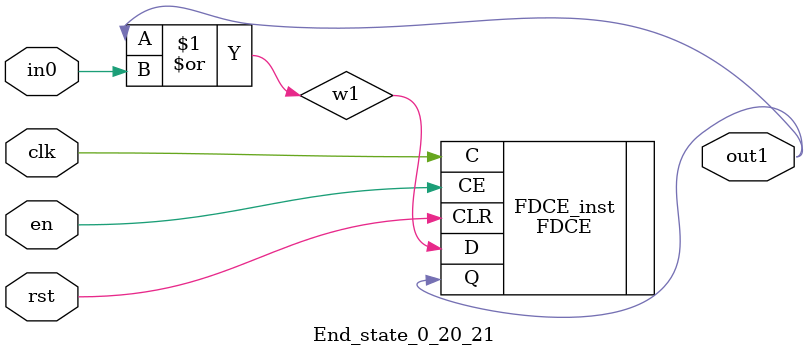
<source format=v>
module engine_0_20(out,clk,sod,en, in_0, in_3, in_5, in_6, in_8, in_10, in_15, in_16, in_17, in_29, in_30, in_32, in_36, in_37, in_41);
//pcre: /^User-Agent\x3A[^\r\n]*malware/miH
//block char: ^[9], N[0], L[0], G[0], S[0], -[0], a[0], r[0], e[0], u[0], t[0], w[0], \x3A[8], [^\r\n][2], M[0], 

	input clk,sod,en;

	input in_0, in_3, in_5, in_6, in_8, in_10, in_15, in_16, in_17, in_29, in_30, in_32, in_36, in_37, in_41;
	output out;

	assign w0 = 1'b1;
	state_0_20_1 BlockState_0_20_1 (w1,in_0,clk,en,sod,w0);
	state_0_20_2 BlockState_0_20_2 (w2,in_29,clk,en,sod,w1);
	state_0_20_3 BlockState_0_20_3 (w3,in_8,clk,en,sod,w2);
	state_0_20_4 BlockState_0_20_4 (w4,in_17,clk,en,sod,w3);
	state_0_20_5 BlockState_0_20_5 (w5,in_16,clk,en,sod,w4);
	state_0_20_6 BlockState_0_20_6 (w6,in_10,clk,en,sod,w5);
	state_0_20_7 BlockState_0_20_7 (w7,in_15,clk,en,sod,w6);
	state_0_20_8 BlockState_0_20_8 (w8,in_6,clk,en,sod,w7);
	state_0_20_9 BlockState_0_20_9 (w9,in_17,clk,en,sod,w8);
	state_0_20_10 BlockState_0_20_10 (w10,in_3,clk,en,sod,w9);
	state_0_20_11 BlockState_0_20_11 (w11,in_30,clk,en,sod,w10);
	state_0_20_12 BlockState_0_20_12 (w12,in_36,clk,en,sod,w11);
	state_0_20_13 BlockState_0_20_13 (w13,in_37,clk,en,sod,w13,w12);
	state_0_20_14 BlockState_0_20_14 (w14,in_41,clk,en,sod,w12,w13);
	state_0_20_15 BlockState_0_20_15 (w15,in_15,clk,en,sod,w14);
	state_0_20_16 BlockState_0_20_16 (w16,in_5,clk,en,sod,w15);
	state_0_20_17 BlockState_0_20_17 (w17,in_32,clk,en,sod,w16);
	state_0_20_18 BlockState_0_20_18 (w18,in_15,clk,en,sod,w17);
	state_0_20_19 BlockState_0_20_19 (w19,in_16,clk,en,sod,w18);
	state_0_20_20 BlockState_0_20_20 (w20,in_17,clk,en,sod,w19);
	End_state_0_20_21 BlockState_0_20_21 (out,clk,en,sod,w20);
endmodule

module state_0_20_1(out1,in_char,clk,en,rst,in0);
	input in_char,clk,en,rst,in0;
	output out1;
	wire w1,w2;
	assign w1 = in0; 
	and(w2,in_char,w1);
	FDCE #(.INIT(1'b0)) FDCE_inst (
		.Q(out1),
		.C(clk),
		.CE(en),
		.CLR(rst),
		.D(w2)
);
endmodule

module state_0_20_2(out1,in_char,clk,en,rst,in0);
	input in_char,clk,en,rst,in0;
	output out1;
	wire w1,w2;
	assign w1 = in0; 
	and(w2,in_char,w1);
	FDCE #(.INIT(1'b0)) FDCE_inst (
		.Q(out1),
		.C(clk),
		.CE(en),
		.CLR(rst),
		.D(w2)
);
endmodule

module state_0_20_3(out1,in_char,clk,en,rst,in0);
	input in_char,clk,en,rst,in0;
	output out1;
	wire w1,w2;
	assign w1 = in0; 
	and(w2,in_char,w1);
	FDCE #(.INIT(1'b0)) FDCE_inst (
		.Q(out1),
		.C(clk),
		.CE(en),
		.CLR(rst),
		.D(w2)
);
endmodule

module state_0_20_4(out1,in_char,clk,en,rst,in0);
	input in_char,clk,en,rst,in0;
	output out1;
	wire w1,w2;
	assign w1 = in0; 
	and(w2,in_char,w1);
	FDCE #(.INIT(1'b0)) FDCE_inst (
		.Q(out1),
		.C(clk),
		.CE(en),
		.CLR(rst),
		.D(w2)
);
endmodule

module state_0_20_5(out1,in_char,clk,en,rst,in0);
	input in_char,clk,en,rst,in0;
	output out1;
	wire w1,w2;
	assign w1 = in0; 
	and(w2,in_char,w1);
	FDCE #(.INIT(1'b0)) FDCE_inst (
		.Q(out1),
		.C(clk),
		.CE(en),
		.CLR(rst),
		.D(w2)
);
endmodule

module state_0_20_6(out1,in_char,clk,en,rst,in0);
	input in_char,clk,en,rst,in0;
	output out1;
	wire w1,w2;
	assign w1 = in0; 
	and(w2,in_char,w1);
	FDCE #(.INIT(1'b0)) FDCE_inst (
		.Q(out1),
		.C(clk),
		.CE(en),
		.CLR(rst),
		.D(w2)
);
endmodule

module state_0_20_7(out1,in_char,clk,en,rst,in0);
	input in_char,clk,en,rst,in0;
	output out1;
	wire w1,w2;
	assign w1 = in0; 
	and(w2,in_char,w1);
	FDCE #(.INIT(1'b0)) FDCE_inst (
		.Q(out1),
		.C(clk),
		.CE(en),
		.CLR(rst),
		.D(w2)
);
endmodule

module state_0_20_8(out1,in_char,clk,en,rst,in0);
	input in_char,clk,en,rst,in0;
	output out1;
	wire w1,w2;
	assign w1 = in0; 
	and(w2,in_char,w1);
	FDCE #(.INIT(1'b0)) FDCE_inst (
		.Q(out1),
		.C(clk),
		.CE(en),
		.CLR(rst),
		.D(w2)
);
endmodule

module state_0_20_9(out1,in_char,clk,en,rst,in0);
	input in_char,clk,en,rst,in0;
	output out1;
	wire w1,w2;
	assign w1 = in0; 
	and(w2,in_char,w1);
	FDCE #(.INIT(1'b0)) FDCE_inst (
		.Q(out1),
		.C(clk),
		.CE(en),
		.CLR(rst),
		.D(w2)
);
endmodule

module state_0_20_10(out1,in_char,clk,en,rst,in0);
	input in_char,clk,en,rst,in0;
	output out1;
	wire w1,w2;
	assign w1 = in0; 
	and(w2,in_char,w1);
	FDCE #(.INIT(1'b0)) FDCE_inst (
		.Q(out1),
		.C(clk),
		.CE(en),
		.CLR(rst),
		.D(w2)
);
endmodule

module state_0_20_11(out1,in_char,clk,en,rst,in0);
	input in_char,clk,en,rst,in0;
	output out1;
	wire w1,w2;
	assign w1 = in0; 
	and(w2,in_char,w1);
	FDCE #(.INIT(1'b0)) FDCE_inst (
		.Q(out1),
		.C(clk),
		.CE(en),
		.CLR(rst),
		.D(w2)
);
endmodule

module state_0_20_12(out1,in_char,clk,en,rst,in0);
	input in_char,clk,en,rst,in0;
	output out1;
	wire w1,w2;
	assign w1 = in0; 
	and(w2,in_char,w1);
	FDCE #(.INIT(1'b0)) FDCE_inst (
		.Q(out1),
		.C(clk),
		.CE(en),
		.CLR(rst),
		.D(w2)
);
endmodule

module state_0_20_13(out1,in_char,clk,en,rst,in0,in1);
	input in_char,clk,en,rst,in0,in1;
	output out1;
	wire w1,w2;
	or(w1,in0,in1);
	and(w2,in_char,w1);
	FDCE #(.INIT(1'b0)) FDCE_inst (
		.Q(out1),
		.C(clk),
		.CE(en),
		.CLR(rst),
		.D(w2)
);
endmodule

module state_0_20_14(out1,in_char,clk,en,rst,in0,in1);
	input in_char,clk,en,rst,in0,in1;
	output out1;
	wire w1,w2;
	or(w1,in0,in1);
	and(w2,in_char,w1);
	FDCE #(.INIT(1'b0)) FDCE_inst (
		.Q(out1),
		.C(clk),
		.CE(en),
		.CLR(rst),
		.D(w2)
);
endmodule

module state_0_20_15(out1,in_char,clk,en,rst,in0);
	input in_char,clk,en,rst,in0;
	output out1;
	wire w1,w2;
	assign w1 = in0; 
	and(w2,in_char,w1);
	FDCE #(.INIT(1'b0)) FDCE_inst (
		.Q(out1),
		.C(clk),
		.CE(en),
		.CLR(rst),
		.D(w2)
);
endmodule

module state_0_20_16(out1,in_char,clk,en,rst,in0);
	input in_char,clk,en,rst,in0;
	output out1;
	wire w1,w2;
	assign w1 = in0; 
	and(w2,in_char,w1);
	FDCE #(.INIT(1'b0)) FDCE_inst (
		.Q(out1),
		.C(clk),
		.CE(en),
		.CLR(rst),
		.D(w2)
);
endmodule

module state_0_20_17(out1,in_char,clk,en,rst,in0);
	input in_char,clk,en,rst,in0;
	output out1;
	wire w1,w2;
	assign w1 = in0; 
	and(w2,in_char,w1);
	FDCE #(.INIT(1'b0)) FDCE_inst (
		.Q(out1),
		.C(clk),
		.CE(en),
		.CLR(rst),
		.D(w2)
);
endmodule

module state_0_20_18(out1,in_char,clk,en,rst,in0);
	input in_char,clk,en,rst,in0;
	output out1;
	wire w1,w2;
	assign w1 = in0; 
	and(w2,in_char,w1);
	FDCE #(.INIT(1'b0)) FDCE_inst (
		.Q(out1),
		.C(clk),
		.CE(en),
		.CLR(rst),
		.D(w2)
);
endmodule

module state_0_20_19(out1,in_char,clk,en,rst,in0);
	input in_char,clk,en,rst,in0;
	output out1;
	wire w1,w2;
	assign w1 = in0; 
	and(w2,in_char,w1);
	FDCE #(.INIT(1'b0)) FDCE_inst (
		.Q(out1),
		.C(clk),
		.CE(en),
		.CLR(rst),
		.D(w2)
);
endmodule

module state_0_20_20(out1,in_char,clk,en,rst,in0);
	input in_char,clk,en,rst,in0;
	output out1;
	wire w1,w2;
	assign w1 = in0; 
	and(w2,in_char,w1);
	FDCE #(.INIT(1'b0)) FDCE_inst (
		.Q(out1),
		.C(clk),
		.CE(en),
		.CLR(rst),
		.D(w2)
);
endmodule

module End_state_0_20_21(out1,clk,en,rst,in0);
	input clk,rst,en,in0;
	output out1;
	wire w1;
	or(w1,out1,in0);
	FDCE #(.INIT(1'b0)) FDCE_inst (
		.Q(out1),
		.C(clk),
		.CE(en),
		.CLR(rst),
		.D(w1)
);
endmodule


</source>
